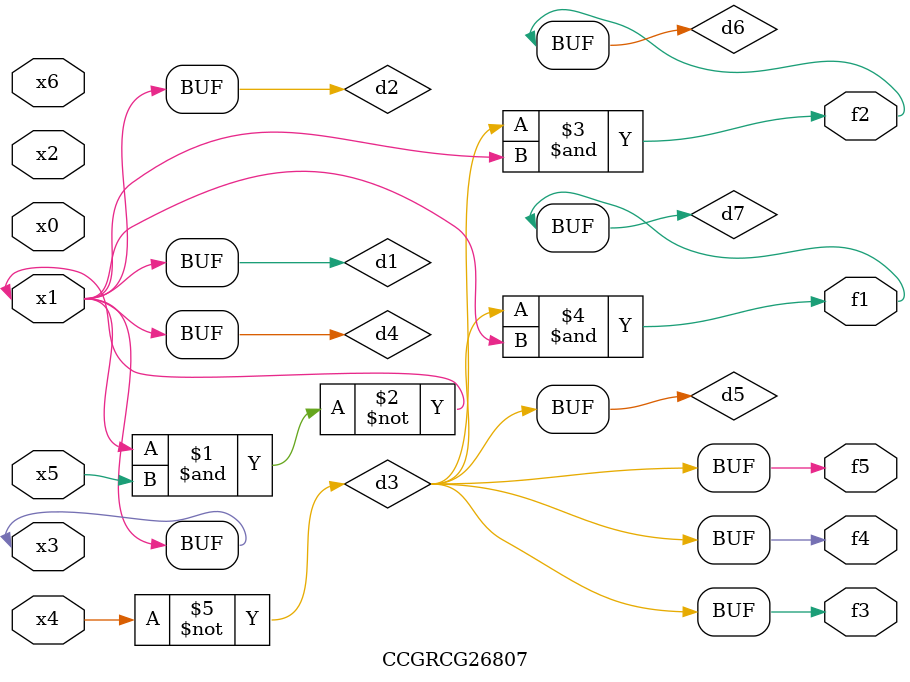
<source format=v>
module CCGRCG26807(
	input x0, x1, x2, x3, x4, x5, x6,
	output f1, f2, f3, f4, f5
);

	wire d1, d2, d3, d4, d5, d6, d7;

	buf (d1, x1, x3);
	nand (d2, x1, x5);
	not (d3, x4);
	buf (d4, d1, d2);
	buf (d5, d3);
	and (d6, d3, d4);
	and (d7, d3, d4);
	assign f1 = d7;
	assign f2 = d6;
	assign f3 = d5;
	assign f4 = d5;
	assign f5 = d5;
endmodule

</source>
